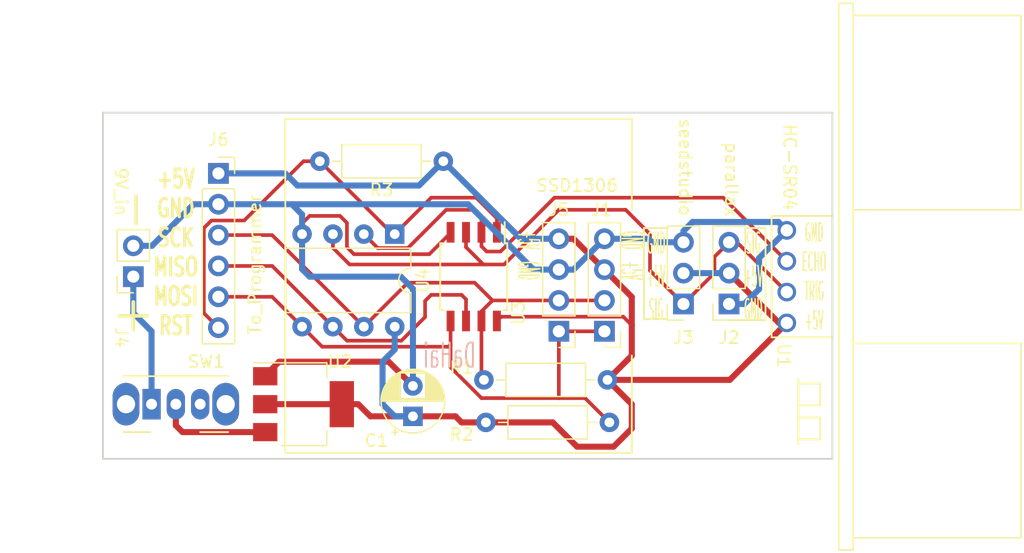
<source format=kicad_pcb>
(kicad_pcb (version 20171130) (host pcbnew "(5.1.10-1-10_14)")

  (general
    (thickness 1.6)
    (drawings 43)
    (tracks 162)
    (zones 0)
    (modules 15)
    (nets 11)
  )

  (page A4)
  (title_block
    (date "lun. 30 mars 2015")
  )

  (layers
    (0 F.Cu signal)
    (31 B.Cu signal)
    (32 B.Adhes user)
    (33 F.Adhes user)
    (34 B.Paste user)
    (35 F.Paste user)
    (36 B.SilkS user)
    (37 F.SilkS user)
    (38 B.Mask user)
    (39 F.Mask user)
    (40 Dwgs.User user)
    (41 Cmts.User user)
    (42 Eco1.User user)
    (43 Eco2.User user)
    (44 Edge.Cuts user)
    (45 Margin user)
    (46 B.CrtYd user)
    (47 F.CrtYd user)
    (48 B.Fab user)
    (49 F.Fab user)
  )

  (setup
    (last_trace_width 0.25)
    (user_trace_width 0.3)
    (user_trace_width 0.5)
    (user_trace_width 1)
    (trace_clearance 0.2)
    (zone_clearance 0.508)
    (zone_45_only no)
    (trace_min 0.2)
    (via_size 0.6)
    (via_drill 0.4)
    (via_min_size 0.4)
    (via_min_drill 0.3)
    (uvia_size 0.3)
    (uvia_drill 0.1)
    (uvias_allowed no)
    (uvia_min_size 0.2)
    (uvia_min_drill 0.1)
    (edge_width 0.15)
    (segment_width 0.15)
    (pcb_text_width 0.3)
    (pcb_text_size 1.5 1.5)
    (mod_edge_width 0.15)
    (mod_text_size 1 1)
    (mod_text_width 0.15)
    (pad_size 4.064 4.064)
    (pad_drill 3.048)
    (pad_to_mask_clearance 0)
    (aux_axis_origin 110.998 126.365)
    (grid_origin 110.998 126.365)
    (visible_elements FFFFFF7F)
    (pcbplotparams
      (layerselection 0x010fc_ffffffff)
      (usegerberextensions false)
      (usegerberattributes true)
      (usegerberadvancedattributes true)
      (creategerberjobfile true)
      (excludeedgelayer true)
      (linewidth 0.100000)
      (plotframeref false)
      (viasonmask false)
      (mode 1)
      (useauxorigin false)
      (hpglpennumber 1)
      (hpglpenspeed 20)
      (hpglpendiameter 15.000000)
      (psnegative false)
      (psa4output false)
      (plotreference true)
      (plotvalue true)
      (plotinvisibletext false)
      (padsonsilk false)
      (subtractmaskfromsilk false)
      (outputformat 1)
      (mirror false)
      (drillshape 0)
      (scaleselection 1)
      (outputdirectory "gerber"))
  )

  (net 0 "")
  (net 1 +5V)
  (net 2 GND)
  (net 3 /SCL)
  (net 4 /SDA)
  (net 5 /Trig)
  (net 6 "Net-(J4-Pad1)")
  (net 7 /RST)
  (net 8 /MISO)
  (net 9 "Net-(SW1-Pad2)")
  (net 10 /Echo)

  (net_class Default "This is the default net class."
    (clearance 0.2)
    (trace_width 0.25)
    (via_dia 0.6)
    (via_drill 0.4)
    (uvia_dia 0.3)
    (uvia_drill 0.1)
    (add_net +5V)
    (add_net /Echo)
    (add_net /MISO)
    (add_net /RST)
    (add_net /SCL)
    (add_net /SDA)
    (add_net /Trig)
    (add_net GND)
    (add_net "Net-(J4-Pad1)")
    (add_net "Net-(SW1-Pad2)")
  )

  (module Resistor_THT:R_Axial_DIN0207_L6.3mm_D2.5mm_P10.16mm_Horizontal (layer F.Cu) (tedit 5AE5139B) (tstamp 611ACB4C)
    (at 147.498 88.865 180)
    (descr "Resistor, Axial_DIN0207 series, Axial, Horizontal, pin pitch=10.16mm, 0.25W = 1/4W, length*diameter=6.3*2.5mm^2, http://cdn-reichelt.de/documents/datenblatt/B400/1_4W%23YAG.pdf")
    (tags "Resistor Axial_DIN0207 series Axial Horizontal pin pitch 10.16mm 0.25W = 1/4W length 6.3mm diameter 2.5mm")
    (path /611D1D60)
    (fp_text reference R3 (at 5.08 -2.37) (layer F.SilkS)
      (effects (font (size 1 1) (thickness 0.15)))
    )
    (fp_text value 10k (at 5.08 2.37) (layer F.Fab)
      (effects (font (size 1 1) (thickness 0.15)))
    )
    (fp_line (start 1.93 -1.25) (end 1.93 1.25) (layer F.Fab) (width 0.1))
    (fp_line (start 1.93 1.25) (end 8.23 1.25) (layer F.Fab) (width 0.1))
    (fp_line (start 8.23 1.25) (end 8.23 -1.25) (layer F.Fab) (width 0.1))
    (fp_line (start 8.23 -1.25) (end 1.93 -1.25) (layer F.Fab) (width 0.1))
    (fp_line (start 0 0) (end 1.93 0) (layer F.Fab) (width 0.1))
    (fp_line (start 10.16 0) (end 8.23 0) (layer F.Fab) (width 0.1))
    (fp_line (start 1.81 -1.37) (end 1.81 1.37) (layer F.SilkS) (width 0.12))
    (fp_line (start 1.81 1.37) (end 8.35 1.37) (layer F.SilkS) (width 0.12))
    (fp_line (start 8.35 1.37) (end 8.35 -1.37) (layer F.SilkS) (width 0.12))
    (fp_line (start 8.35 -1.37) (end 1.81 -1.37) (layer F.SilkS) (width 0.12))
    (fp_line (start 1.04 0) (end 1.81 0) (layer F.SilkS) (width 0.12))
    (fp_line (start 9.12 0) (end 8.35 0) (layer F.SilkS) (width 0.12))
    (fp_line (start -1.05 -1.5) (end -1.05 1.5) (layer F.CrtYd) (width 0.05))
    (fp_line (start -1.05 1.5) (end 11.21 1.5) (layer F.CrtYd) (width 0.05))
    (fp_line (start 11.21 1.5) (end 11.21 -1.5) (layer F.CrtYd) (width 0.05))
    (fp_line (start 11.21 -1.5) (end -1.05 -1.5) (layer F.CrtYd) (width 0.05))
    (fp_text user %R (at 5.08 0) (layer F.Fab)
      (effects (font (size 1 1) (thickness 0.15)))
    )
    (pad 2 thru_hole oval (at 10.16 0 180) (size 1.6 1.6) (drill 0.8) (layers *.Cu *.Mask)
      (net 7 /RST))
    (pad 1 thru_hole circle (at 0 0 180) (size 1.6 1.6) (drill 0.8) (layers *.Cu *.Mask)
      (net 1 +5V))
    (model ${KISYS3DMOD}/Resistor_THT.3dshapes/R_Axial_DIN0207_L6.3mm_D2.5mm_P10.16mm_Horizontal.wrl
      (at (xyz 0 0 0))
      (scale (xyz 1 1 1))
      (rotate (xyz 0 0 0))
    )
  )

  (module Resistor_THT:R_Axial_DIN0207_L6.3mm_D2.5mm_P10.16mm_Horizontal (layer F.Cu) (tedit 5AE5139B) (tstamp 611ACB35)
    (at 150.998 110.365)
    (descr "Resistor, Axial_DIN0207 series, Axial, Horizontal, pin pitch=10.16mm, 0.25W = 1/4W, length*diameter=6.3*2.5mm^2, http://cdn-reichelt.de/documents/datenblatt/B400/1_4W%23YAG.pdf")
    (tags "Resistor Axial_DIN0207 series Axial Horizontal pin pitch 10.16mm 0.25W = 1/4W length 6.3mm diameter 2.5mm")
    (path /611D1C82)
    (fp_text reference R2 (at -2 1) (layer F.SilkS)
      (effects (font (size 1 1) (thickness 0.15)))
    )
    (fp_text value 10k (at 3 0.5) (layer F.Fab)
      (effects (font (size 1 1) (thickness 0.15)))
    )
    (fp_line (start 1.93 -1.25) (end 1.93 1.25) (layer F.Fab) (width 0.1))
    (fp_line (start 1.93 1.25) (end 8.23 1.25) (layer F.Fab) (width 0.1))
    (fp_line (start 8.23 1.25) (end 8.23 -1.25) (layer F.Fab) (width 0.1))
    (fp_line (start 8.23 -1.25) (end 1.93 -1.25) (layer F.Fab) (width 0.1))
    (fp_line (start 0 0) (end 1.93 0) (layer F.Fab) (width 0.1))
    (fp_line (start 10.16 0) (end 8.23 0) (layer F.Fab) (width 0.1))
    (fp_line (start 1.81 -1.37) (end 1.81 1.37) (layer F.SilkS) (width 0.12))
    (fp_line (start 1.81 1.37) (end 8.35 1.37) (layer F.SilkS) (width 0.12))
    (fp_line (start 8.35 1.37) (end 8.35 -1.37) (layer F.SilkS) (width 0.12))
    (fp_line (start 8.35 -1.37) (end 1.81 -1.37) (layer F.SilkS) (width 0.12))
    (fp_line (start 1.04 0) (end 1.81 0) (layer F.SilkS) (width 0.12))
    (fp_line (start 9.12 0) (end 8.35 0) (layer F.SilkS) (width 0.12))
    (fp_line (start -1.05 -1.5) (end -1.05 1.5) (layer F.CrtYd) (width 0.05))
    (fp_line (start -1.05 1.5) (end 11.21 1.5) (layer F.CrtYd) (width 0.05))
    (fp_line (start 11.21 1.5) (end 11.21 -1.5) (layer F.CrtYd) (width 0.05))
    (fp_line (start 11.21 -1.5) (end -1.05 -1.5) (layer F.CrtYd) (width 0.05))
    (fp_text user %R (at 5.08 0) (layer F.Fab)
      (effects (font (size 1 1) (thickness 0.15)))
    )
    (pad 2 thru_hole oval (at 10.16 0) (size 1.6 1.6) (drill 0.8) (layers *.Cu *.Mask)
      (net 4 /SDA))
    (pad 1 thru_hole circle (at 0 0) (size 1.6 1.6) (drill 0.8) (layers *.Cu *.Mask)
      (net 1 +5V))
    (model ${KISYS3DMOD}/Resistor_THT.3dshapes/R_Axial_DIN0207_L6.3mm_D2.5mm_P10.16mm_Horizontal.wrl
      (at (xyz 0 0 0))
      (scale (xyz 1 1 1))
      (rotate (xyz 0 0 0))
    )
  )

  (module Resistor_THT:R_Axial_DIN0207_L6.3mm_D2.5mm_P10.16mm_Horizontal (layer F.Cu) (tedit 5AE5139B) (tstamp 611ACB1E)
    (at 160.998 106.865 180)
    (descr "Resistor, Axial_DIN0207 series, Axial, Horizontal, pin pitch=10.16mm, 0.25W = 1/4W, length*diameter=6.3*2.5mm^2, http://cdn-reichelt.de/documents/datenblatt/B400/1_4W%23YAG.pdf")
    (tags "Resistor Axial_DIN0207 series Axial Horizontal pin pitch 10.16mm 0.25W = 1/4W length 6.3mm diameter 2.5mm")
    (path /611D14F3)
    (fp_text reference R1 (at 12 1) (layer F.SilkS)
      (effects (font (size 1 1) (thickness 0.15)))
    )
    (fp_text value 10k (at 7 -0.5) (layer F.Fab)
      (effects (font (size 1 1) (thickness 0.15)))
    )
    (fp_line (start 1.93 -1.25) (end 1.93 1.25) (layer F.Fab) (width 0.1))
    (fp_line (start 1.93 1.25) (end 8.23 1.25) (layer F.Fab) (width 0.1))
    (fp_line (start 8.23 1.25) (end 8.23 -1.25) (layer F.Fab) (width 0.1))
    (fp_line (start 8.23 -1.25) (end 1.93 -1.25) (layer F.Fab) (width 0.1))
    (fp_line (start 0 0) (end 1.93 0) (layer F.Fab) (width 0.1))
    (fp_line (start 10.16 0) (end 8.23 0) (layer F.Fab) (width 0.1))
    (fp_line (start 1.81 -1.37) (end 1.81 1.37) (layer F.SilkS) (width 0.12))
    (fp_line (start 1.81 1.37) (end 8.35 1.37) (layer F.SilkS) (width 0.12))
    (fp_line (start 8.35 1.37) (end 8.35 -1.37) (layer F.SilkS) (width 0.12))
    (fp_line (start 8.35 -1.37) (end 1.81 -1.37) (layer F.SilkS) (width 0.12))
    (fp_line (start 1.04 0) (end 1.81 0) (layer F.SilkS) (width 0.12))
    (fp_line (start 9.12 0) (end 8.35 0) (layer F.SilkS) (width 0.12))
    (fp_line (start -1.05 -1.5) (end -1.05 1.5) (layer F.CrtYd) (width 0.05))
    (fp_line (start -1.05 1.5) (end 11.21 1.5) (layer F.CrtYd) (width 0.05))
    (fp_line (start 11.21 1.5) (end 11.21 -1.5) (layer F.CrtYd) (width 0.05))
    (fp_line (start 11.21 -1.5) (end -1.05 -1.5) (layer F.CrtYd) (width 0.05))
    (fp_text user %R (at 5.08 0) (layer F.Fab)
      (effects (font (size 1 1) (thickness 0.15)))
    )
    (pad 2 thru_hole oval (at 10.16 0 180) (size 1.6 1.6) (drill 0.8) (layers *.Cu *.Mask)
      (net 3 /SCL))
    (pad 1 thru_hole circle (at 0 0 180) (size 1.6 1.6) (drill 0.8) (layers *.Cu *.Mask)
      (net 1 +5V))
    (model ${KISYS3DMOD}/Resistor_THT.3dshapes/R_Axial_DIN0207_L6.3mm_D2.5mm_P10.16mm_Horizontal.wrl
      (at (xyz 0 0 0))
      (scale (xyz 1 1 1))
      (rotate (xyz 0 0 0))
    )
  )

  (module sonic_oled:SW_CuK_OS102011MA1QN1_SPDT_Angled (layer F.Cu) (tedit 5A02FE31) (tstamp 611AE463)
    (at 123.498 108.865)
    (descr "CuK miniature slide switch, OS series, SPDT, right angle, http://www.ckswitches.com/media/1428/os.pdf")
    (tags "switch SPDT")
    (path /611CAE35)
    (fp_text reference SW1 (at 4.5 -3.5) (layer F.SilkS)
      (effects (font (size 1 1) (thickness 0.15)))
    )
    (fp_text value SW_SPST (at 1.7 7.7) (layer F.Fab)
      (effects (font (size 1 1) (thickness 0.15)))
    )
    (fp_line (start -2.3 -2.2) (end 6.3 -2.2) (layer F.Fab) (width 0.1))
    (fp_line (start -2.3 -2.2) (end -2.3 2.2) (layer F.Fab) (width 0.1))
    (fp_line (start -2.3 2.2) (end 6.3 2.2) (layer F.Fab) (width 0.1))
    (fp_line (start 6.3 2.2) (end 6.3 -2.2) (layer F.Fab) (width 0.1))
    (fp_line (start 2 2.2) (end 2 6.2) (layer F.Fab) (width 0.1))
    (fp_line (start 2 6.2) (end 0 6.2) (layer F.Fab) (width 0.1))
    (fp_line (start 0 6.2) (end 0 2.2) (layer F.Fab) (width 0.1))
    (fp_line (start -2.3 -2.3) (end 6.3 -2.3) (layer F.SilkS) (width 0.15))
    (fp_line (start -2.3 2.3) (end -0.1 2.3) (layer F.SilkS) (width 0.15))
    (fp_line (start 4 2.3) (end 6.3 2.3) (layer F.SilkS) (width 0.15))
    (fp_line (start 7.7 -2.7) (end 7.7 6.7) (layer F.CrtYd) (width 0.05))
    (fp_line (start 7.7 6.7) (end -3.7 6.7) (layer F.CrtYd) (width 0.05))
    (fp_line (start -3.7 6.7) (end -3.7 -2.7) (layer F.CrtYd) (width 0.05))
    (fp_line (start -3.7 -2.7) (end 7.7 -2.7) (layer F.CrtYd) (width 0.05))
    (fp_text user %R (at 2.3 1.7) (layer F.Fab)
      (effects (font (size 0.5 0.5) (thickness 0.1)))
    )
    (pad "" thru_hole oval (at 6.1 0) (size 2.2 3.5) (drill 1.5) (layers *.Cu *.Mask))
    (pad "" thru_hole oval (at -2.1 0) (size 2.2 3.5) (drill 1.5) (layers *.Cu *.Mask))
    (pad 3 thru_hole oval (at 4 0) (size 1.5 2.5) (drill 0.9) (layers *.Cu *.Mask))
    (pad 2 thru_hole oval (at 2 0) (size 1.5 2.5) (drill 0.9) (layers *.Cu *.Mask)
      (net 9 "Net-(SW1-Pad2)"))
    (pad 1 thru_hole rect (at 0 0) (size 1.5 2.5) (drill 0.9) (layers *.Cu *.Mask)
      (net 6 "Net-(J4-Pad1)"))
    (model ${KISYS3DMOD}/Button_Switch_THT.3dshapes/SW_CuK_OS102011MA1QN1_SPDT_Angled.wrl
      (at (xyz 0 0 0))
      (scale (xyz 1 1 1))
      (rotate (xyz 0 0 0))
    )
    (model ${KISYS3DMOD}/Button_Switch_THT.3dshapes/SW_CuK_JS202011AQN_DPDT_Angled.wrl
      (at (xyz 0 0 0))
      (scale (xyz 1 1 1))
      (rotate (xyz 0 0 0))
    )
  )

  (module Package_DIP:DIP-8_W7.62mm (layer F.Cu) (tedit 5A02E8C5) (tstamp 611ACBF4)
    (at 143.498 94.865 270)
    (descr "8-lead though-hole mounted DIP package, row spacing 7.62 mm (300 mils)")
    (tags "THT DIP DIL PDIP 2.54mm 7.62mm 300mil")
    (path /611AB8FC)
    (fp_text reference U4 (at 3.81 -2.33 90) (layer F.SilkS)
      (effects (font (size 1 1) (thickness 0.15)))
    )
    (fp_text value ATtiny85-20PU (at 3.81 9.95 90) (layer F.Fab)
      (effects (font (size 1 1) (thickness 0.15)))
    )
    (fp_line (start 1.635 -1.27) (end 6.985 -1.27) (layer F.Fab) (width 0.1))
    (fp_line (start 6.985 -1.27) (end 6.985 8.89) (layer F.Fab) (width 0.1))
    (fp_line (start 6.985 8.89) (end 0.635 8.89) (layer F.Fab) (width 0.1))
    (fp_line (start 0.635 8.89) (end 0.635 -0.27) (layer F.Fab) (width 0.1))
    (fp_line (start 0.635 -0.27) (end 1.635 -1.27) (layer F.Fab) (width 0.1))
    (fp_line (start 2.81 -1.33) (end 1.16 -1.33) (layer F.SilkS) (width 0.12))
    (fp_line (start 1.16 -1.33) (end 1.16 8.95) (layer F.SilkS) (width 0.12))
    (fp_line (start 1.16 8.95) (end 6.46 8.95) (layer F.SilkS) (width 0.12))
    (fp_line (start 6.46 8.95) (end 6.46 -1.33) (layer F.SilkS) (width 0.12))
    (fp_line (start 6.46 -1.33) (end 4.81 -1.33) (layer F.SilkS) (width 0.12))
    (fp_line (start -1.1 -1.55) (end -1.1 9.15) (layer F.CrtYd) (width 0.05))
    (fp_line (start -1.1 9.15) (end 8.7 9.15) (layer F.CrtYd) (width 0.05))
    (fp_line (start 8.7 9.15) (end 8.7 -1.55) (layer F.CrtYd) (width 0.05))
    (fp_line (start 8.7 -1.55) (end -1.1 -1.55) (layer F.CrtYd) (width 0.05))
    (fp_text user %R (at 3.81 3.81 90) (layer F.Fab)
      (effects (font (size 1 1) (thickness 0.15)))
    )
    (fp_arc (start 3.81 -1.33) (end 2.81 -1.33) (angle -180) (layer F.SilkS) (width 0.12))
    (pad 8 thru_hole oval (at 7.62 0 270) (size 1.6 1.6) (drill 0.8) (layers *.Cu *.Mask)
      (net 1 +5V))
    (pad 4 thru_hole oval (at 0 7.62 270) (size 1.6 1.6) (drill 0.8) (layers *.Cu *.Mask)
      (net 2 GND))
    (pad 7 thru_hole oval (at 7.62 2.54 270) (size 1.6 1.6) (drill 0.8) (layers *.Cu *.Mask)
      (net 3 /SCL))
    (pad 3 thru_hole oval (at 0 5.08 270) (size 1.6 1.6) (drill 0.8) (layers *.Cu *.Mask)
      (net 5 /Trig))
    (pad 6 thru_hole oval (at 7.62 5.08 270) (size 1.6 1.6) (drill 0.8) (layers *.Cu *.Mask)
      (net 8 /MISO))
    (pad 2 thru_hole oval (at 0 2.54 270) (size 1.6 1.6) (drill 0.8) (layers *.Cu *.Mask)
      (net 10 /Echo))
    (pad 5 thru_hole oval (at 7.62 7.62 270) (size 1.6 1.6) (drill 0.8) (layers *.Cu *.Mask)
      (net 4 /SDA))
    (pad 1 thru_hole rect (at 0 0 270) (size 1.6 1.6) (drill 0.8) (layers *.Cu *.Mask)
      (net 7 /RST))
    (model "${KISYS3DMOD}/Package_DIP.3dshapes/DIP-8_W7.62mm. wrl"
      (at (xyz 0 0 0))
      (scale (xyz 1 1 1))
      (rotate (xyz 0 0 0))
    )
  )

  (module Package_SO:SOIJ-8_5.3x5.3mm_P1.27mm (layer F.Cu) (tedit 5A02F2D3) (tstamp 611ACBD8)
    (at 149.998 98.365 270)
    (descr "8-Lead Plastic Small Outline (SM) - Medium, 5.28 mm Body [SOIC] (see Microchip Packaging Specification 00000049BS.pdf)")
    (tags "SOIC 1.27")
    (path /611EEF22)
    (attr smd)
    (fp_text reference U3 (at 3 -3.68 90) (layer F.SilkS)
      (effects (font (size 1 1) (thickness 0.15)))
    )
    (fp_text value ATtiny85-20SU (at 0 3.68 90) (layer F.Fab)
      (effects (font (size 1 1) (thickness 0.15)))
    )
    (fp_line (start -1.65 -2.65) (end 2.65 -2.65) (layer F.Fab) (width 0.15))
    (fp_line (start 2.65 -2.65) (end 2.65 2.65) (layer F.Fab) (width 0.15))
    (fp_line (start 2.65 2.65) (end -2.65 2.65) (layer F.Fab) (width 0.15))
    (fp_line (start -2.65 2.65) (end -2.65 -1.65) (layer F.Fab) (width 0.15))
    (fp_line (start -2.65 -1.65) (end -1.65 -2.65) (layer F.Fab) (width 0.15))
    (fp_line (start -4.75 -2.95) (end -4.75 2.95) (layer F.CrtYd) (width 0.05))
    (fp_line (start 4.75 -2.95) (end 4.75 2.95) (layer F.CrtYd) (width 0.05))
    (fp_line (start -4.75 -2.95) (end 4.75 -2.95) (layer F.CrtYd) (width 0.05))
    (fp_line (start -4.75 2.95) (end 4.75 2.95) (layer F.CrtYd) (width 0.05))
    (fp_line (start -2.75 -2.755) (end -2.75 -2.55) (layer F.SilkS) (width 0.15))
    (fp_line (start 2.75 -2.755) (end 2.75 -2.455) (layer F.SilkS) (width 0.15))
    (fp_line (start 2.75 2.755) (end 2.75 2.455) (layer F.SilkS) (width 0.15))
    (fp_line (start -2.75 2.755) (end -2.75 2.455) (layer F.SilkS) (width 0.15))
    (fp_line (start -2.75 -2.755) (end 2.75 -2.755) (layer F.SilkS) (width 0.15))
    (fp_line (start -2.75 2.755) (end 2.75 2.755) (layer F.SilkS) (width 0.15))
    (fp_line (start -2.75 -2.55) (end -4.5 -2.55) (layer F.SilkS) (width 0.15))
    (fp_text user %R (at 0 0 90) (layer F.Fab)
      (effects (font (size 1 1) (thickness 0.15)))
    )
    (pad 8 smd rect (at 3.65 -1.905 270) (size 1.7 0.65) (layers F.Cu F.Paste F.Mask)
      (net 1 +5V))
    (pad 7 smd rect (at 3.65 -0.635 270) (size 1.7 0.65) (layers F.Cu F.Paste F.Mask)
      (net 3 /SCL))
    (pad 6 smd rect (at 3.65 0.635 270) (size 1.7 0.65) (layers F.Cu F.Paste F.Mask)
      (net 8 /MISO))
    (pad 5 smd rect (at 3.65 1.905 270) (size 1.7 0.65) (layers F.Cu F.Paste F.Mask)
      (net 4 /SDA))
    (pad 4 smd rect (at -3.65 1.905 270) (size 1.7 0.65) (layers F.Cu F.Paste F.Mask)
      (net 2 GND))
    (pad 3 smd rect (at -3.65 0.635 270) (size 1.7 0.65) (layers F.Cu F.Paste F.Mask)
      (net 5 /Trig))
    (pad 2 smd rect (at -3.65 -0.635 270) (size 1.7 0.65) (layers F.Cu F.Paste F.Mask)
      (net 10 /Echo))
    (pad 1 smd rect (at -3.65 -1.905 270) (size 1.7 0.65) (layers F.Cu F.Paste F.Mask)
      (net 7 /RST))
    (model ${KISYS3DMOD}/Package_SO.3dshapes/SOIJ-8_5.3x5.3mm_P1.27mm.wrl
      (at (xyz 0 0 0))
      (scale (xyz 1 1 1))
      (rotate (xyz 0 0 0))
    )
  )

  (module Package_TO_SOT_SMD:SOT-223-3_TabPin2 (layer F.Cu) (tedit 5A02FF57) (tstamp 611ACBBB)
    (at 135.998 108.865)
    (descr "module CMS SOT223 4 pins")
    (tags "CMS SOT")
    (path /611ACE3F)
    (attr smd)
    (fp_text reference U2 (at 3 -3.5) (layer F.SilkS)
      (effects (font (size 1 1) (thickness 0.15)))
    )
    (fp_text value LT1117-5.0 (at 0 4.5) (layer F.Fab)
      (effects (font (size 1 1) (thickness 0.15)))
    )
    (fp_line (start 1.91 3.41) (end 1.91 2.15) (layer F.SilkS) (width 0.12))
    (fp_line (start 1.91 -3.41) (end 1.91 -2.15) (layer F.SilkS) (width 0.12))
    (fp_line (start 4.4 -3.6) (end -4.4 -3.6) (layer F.CrtYd) (width 0.05))
    (fp_line (start 4.4 3.6) (end 4.4 -3.6) (layer F.CrtYd) (width 0.05))
    (fp_line (start -4.4 3.6) (end 4.4 3.6) (layer F.CrtYd) (width 0.05))
    (fp_line (start -4.4 -3.6) (end -4.4 3.6) (layer F.CrtYd) (width 0.05))
    (fp_line (start -1.85 -2.35) (end -0.85 -3.35) (layer F.Fab) (width 0.1))
    (fp_line (start -1.85 -2.35) (end -1.85 3.35) (layer F.Fab) (width 0.1))
    (fp_line (start -1.85 3.41) (end 1.91 3.41) (layer F.SilkS) (width 0.12))
    (fp_line (start -0.85 -3.35) (end 1.85 -3.35) (layer F.Fab) (width 0.1))
    (fp_line (start -4.1 -3.41) (end 1.91 -3.41) (layer F.SilkS) (width 0.12))
    (fp_line (start -1.85 3.35) (end 1.85 3.35) (layer F.Fab) (width 0.1))
    (fp_line (start 1.85 -3.35) (end 1.85 3.35) (layer F.Fab) (width 0.1))
    (fp_text user %R (at 0 0 90) (layer F.Fab)
      (effects (font (size 0.8 0.8) (thickness 0.12)))
    )
    (pad 1 smd rect (at -3.15 -2.3) (size 2 1.5) (layers F.Cu F.Paste F.Mask)
      (net 2 GND))
    (pad 3 smd rect (at -3.15 2.3) (size 2 1.5) (layers F.Cu F.Paste F.Mask)
      (net 9 "Net-(SW1-Pad2)"))
    (pad 2 smd rect (at -3.15 0) (size 2 1.5) (layers F.Cu F.Paste F.Mask)
      (net 1 +5V))
    (pad 2 smd rect (at 3.15 0) (size 2 3.8) (layers F.Cu F.Paste F.Mask)
      (net 1 +5V))
    (model ${KISYS3DMOD}/Package_TO_SOT_SMD.3dshapes/SOT-223.wrl
      (at (xyz 0 0 0))
      (scale (xyz 1 1 1))
      (rotate (xyz 0 0 0))
    )
  )

  (module Connector_PinSocket_2.54mm:PinSocket_1x06_P2.54mm_Vertical (layer F.Cu) (tedit 5A19A430) (tstamp 611ACB07)
    (at 128.998 89.865)
    (descr "Through hole straight socket strip, 1x06, 2.54mm pitch, single row (from Kicad 4.0.7), script generated")
    (tags "Through hole socket strip THT 1x06 2.54mm single row")
    (path /611BED81)
    (fp_text reference J6 (at 0 -2.77) (layer F.SilkS)
      (effects (font (size 1 1) (thickness 0.15)))
    )
    (fp_text value To_Programmer (at 3 7.5 -90) (layer F.SilkS)
      (effects (font (size 1 1) (thickness 0.15)))
    )
    (fp_line (start -1.27 -1.27) (end 0.635 -1.27) (layer F.Fab) (width 0.1))
    (fp_line (start 0.635 -1.27) (end 1.27 -0.635) (layer F.Fab) (width 0.1))
    (fp_line (start 1.27 -0.635) (end 1.27 13.97) (layer F.Fab) (width 0.1))
    (fp_line (start 1.27 13.97) (end -1.27 13.97) (layer F.Fab) (width 0.1))
    (fp_line (start -1.27 13.97) (end -1.27 -1.27) (layer F.Fab) (width 0.1))
    (fp_line (start -1.33 1.27) (end 1.33 1.27) (layer F.SilkS) (width 0.12))
    (fp_line (start -1.33 1.27) (end -1.33 14.03) (layer F.SilkS) (width 0.12))
    (fp_line (start -1.33 14.03) (end 1.33 14.03) (layer F.SilkS) (width 0.12))
    (fp_line (start 1.33 1.27) (end 1.33 14.03) (layer F.SilkS) (width 0.12))
    (fp_line (start 1.33 -1.33) (end 1.33 0) (layer F.SilkS) (width 0.12))
    (fp_line (start 0 -1.33) (end 1.33 -1.33) (layer F.SilkS) (width 0.12))
    (fp_line (start -1.8 -1.8) (end 1.75 -1.8) (layer F.CrtYd) (width 0.05))
    (fp_line (start 1.75 -1.8) (end 1.75 14.45) (layer F.CrtYd) (width 0.05))
    (fp_line (start 1.75 14.45) (end -1.8 14.45) (layer F.CrtYd) (width 0.05))
    (fp_line (start -1.8 14.45) (end -1.8 -1.8) (layer F.CrtYd) (width 0.05))
    (fp_text user %R (at 0 6.35 -270) (layer F.Fab)
      (effects (font (size 1 1) (thickness 0.15)))
    )
    (pad 6 thru_hole oval (at 0 12.7) (size 1.7 1.7) (drill 1) (layers *.Cu *.Mask)
      (net 7 /RST))
    (pad 5 thru_hole oval (at 0 10.16) (size 1.7 1.7) (drill 1) (layers *.Cu *.Mask)
      (net 4 /SDA))
    (pad 4 thru_hole oval (at 0 7.62) (size 1.7 1.7) (drill 1) (layers *.Cu *.Mask)
      (net 8 /MISO))
    (pad 3 thru_hole oval (at 0 5.08) (size 1.7 1.7) (drill 1) (layers *.Cu *.Mask)
      (net 3 /SCL))
    (pad 2 thru_hole oval (at 0 2.54) (size 1.7 1.7) (drill 1) (layers *.Cu *.Mask)
      (net 2 GND))
    (pad 1 thru_hole rect (at 0 0) (size 1.7 1.7) (drill 1) (layers *.Cu *.Mask)
      (net 1 +5V))
    (model ${KISYS3DMOD}/Connector_PinSocket_2.54mm.3dshapes/PinSocket_1x06_P2.54mm_Vertical.wrl
      (at (xyz 0 0 0))
      (scale (xyz 1 1 1))
      (rotate (xyz 0 0 0))
    )
  )

  (module Connector_PinHeader_2.54mm:PinHeader_1x04_P2.54mm_Vertical (layer F.Cu) (tedit 59FED5CC) (tstamp 611ACAED)
    (at 156.998 102.865 180)
    (descr "Through hole straight pin header, 1x04, 2.54mm pitch, single row")
    (tags "Through hole pin header THT 1x04 2.54mm single row")
    (path /611B989E)
    (fp_text reference J5 (at 0 10) (layer F.SilkS)
      (effects (font (size 1 1) (thickness 0.15)))
    )
    (fp_text value SSD1306 (at -1.5 12) (layer F.SilkS)
      (effects (font (size 1 1) (thickness 0.15)))
    )
    (fp_line (start -0.635 -1.27) (end 1.27 -1.27) (layer F.Fab) (width 0.1))
    (fp_line (start 1.27 -1.27) (end 1.27 8.89) (layer F.Fab) (width 0.1))
    (fp_line (start 1.27 8.89) (end -1.27 8.89) (layer F.Fab) (width 0.1))
    (fp_line (start -1.27 8.89) (end -1.27 -0.635) (layer F.Fab) (width 0.1))
    (fp_line (start -1.27 -0.635) (end -0.635 -1.27) (layer F.Fab) (width 0.1))
    (fp_line (start -1.33 8.95) (end 1.33 8.95) (layer F.SilkS) (width 0.12))
    (fp_line (start -1.33 1.27) (end -1.33 8.95) (layer F.SilkS) (width 0.12))
    (fp_line (start 1.33 1.27) (end 1.33 8.95) (layer F.SilkS) (width 0.12))
    (fp_line (start -1.33 1.27) (end 1.33 1.27) (layer F.SilkS) (width 0.12))
    (fp_line (start -1.33 0) (end -1.33 -1.33) (layer F.SilkS) (width 0.12))
    (fp_line (start -1.33 -1.33) (end 0 -1.33) (layer F.SilkS) (width 0.12))
    (fp_line (start -1.8 -1.8) (end -1.8 9.4) (layer F.CrtYd) (width 0.05))
    (fp_line (start -1.8 9.4) (end 1.8 9.4) (layer F.CrtYd) (width 0.05))
    (fp_line (start 1.8 9.4) (end 1.8 -1.8) (layer F.CrtYd) (width 0.05))
    (fp_line (start 1.8 -1.8) (end -1.8 -1.8) (layer F.CrtYd) (width 0.05))
    (fp_text user %R (at 0 3.81 90) (layer F.Fab)
      (effects (font (size 1 1) (thickness 0.15)))
    )
    (pad 4 thru_hole oval (at 0 7.62 180) (size 1.7 1.7) (drill 1) (layers *.Cu *.Mask)
      (net 1 +5V))
    (pad 3 thru_hole oval (at 0 5.08 180) (size 1.7 1.7) (drill 1) (layers *.Cu *.Mask)
      (net 2 GND))
    (pad 2 thru_hole oval (at 0 2.54 180) (size 1.7 1.7) (drill 1) (layers *.Cu *.Mask)
      (net 3 /SCL))
    (pad 1 thru_hole rect (at 0 0 180) (size 1.7 1.7) (drill 1) (layers *.Cu *.Mask)
      (net 4 /SDA))
    (model "${KISYS3DMOD}/Connector_PinHeader_2.54mm.3dshapes/PinHeader_1x04_P2.54mm_Vertical. wrl"
      (at (xyz 0 0 0))
      (scale (xyz 1 1 1))
      (rotate (xyz 0 0 0))
    )
  )

  (module Connector_PinSocket_2.54mm:PinSocket_1x02_P2.54mm_Vertical (layer F.Cu) (tedit 5A19A420) (tstamp 611ACAD5)
    (at 121.998 98.365 180)
    (descr "Through hole straight socket strip, 1x02, 2.54mm pitch, single row (from Kicad 4.0.7), script generated")
    (tags "Through hole socket strip THT 1x02 2.54mm single row")
    (path /611B02E8)
    (fp_text reference J4 (at 1 -5 270 unlocked) (layer F.SilkS)
      (effects (font (size 1 1) (thickness 0.15)))
    )
    (fp_text value 9V_in (at 1 7 270 unlocked) (layer F.SilkS)
      (effects (font (size 1 1) (thickness 0.15)))
    )
    (fp_line (start -1.27 -1.27) (end 0.635 -1.27) (layer F.Fab) (width 0.1))
    (fp_line (start 0.635 -1.27) (end 1.27 -0.635) (layer F.Fab) (width 0.1))
    (fp_line (start 1.27 -0.635) (end 1.27 3.81) (layer F.Fab) (width 0.1))
    (fp_line (start 1.27 3.81) (end -1.27 3.81) (layer F.Fab) (width 0.1))
    (fp_line (start -1.27 3.81) (end -1.27 -1.27) (layer F.Fab) (width 0.1))
    (fp_line (start -1.33 1.27) (end 1.33 1.27) (layer F.SilkS) (width 0.12))
    (fp_line (start -1.33 1.27) (end -1.33 3.87) (layer F.SilkS) (width 0.12))
    (fp_line (start -1.33 3.87) (end 1.33 3.87) (layer F.SilkS) (width 0.12))
    (fp_line (start 1.33 1.27) (end 1.33 3.87) (layer F.SilkS) (width 0.12))
    (fp_line (start 1.33 -1.33) (end 1.33 0) (layer F.SilkS) (width 0.12))
    (fp_line (start 0 -1.33) (end 1.33 -1.33) (layer F.SilkS) (width 0.12))
    (fp_line (start -1.8 -1.8) (end 1.75 -1.8) (layer F.CrtYd) (width 0.05))
    (fp_line (start 1.75 -1.8) (end 1.75 4.3) (layer F.CrtYd) (width 0.05))
    (fp_line (start 1.75 4.3) (end -1.8 4.3) (layer F.CrtYd) (width 0.05))
    (fp_line (start -1.8 4.3) (end -1.8 -1.8) (layer F.CrtYd) (width 0.05))
    (fp_text user %R (at 0 1.27 90) (layer F.Fab)
      (effects (font (size 1 1) (thickness 0.15)))
    )
    (pad 2 thru_hole oval (at 0 2.54 180) (size 1.7 1.7) (drill 1) (layers *.Cu *.Mask)
      (net 2 GND))
    (pad 1 thru_hole rect (at 0 0 180) (size 1.7 1.7) (drill 1) (layers *.Cu *.Mask)
      (net 6 "Net-(J4-Pad1)"))
    (model "${KISYS3DMOD}/Connector_PinSocket_2.54mm.3dshapes/PinSocket_1x02_P2.54mm_Vertical. wrl"
      (at (xyz 0 0 0))
      (scale (xyz 1 1 1))
      (rotate (xyz 0 0 0))
    )
    (model "./9V Battery.wrl"
      (offset (xyz -50 -0.5 -26.5))
      (scale (xyz 0.39 0.39 0.39))
      (rotate (xyz 90 0 90))
    )
  )

  (module Capacitor_THT:CP_Radial_D5.0mm_P2.50mm (layer F.Cu) (tedit 5AE50EF0) (tstamp 611ACA39)
    (at 144.998 109.865 90)
    (descr "CP, Radial series, Radial, pin pitch=2.50mm, , diameter=5mm, Electrolytic Capacitor")
    (tags "CP Radial series Radial pin pitch 2.50mm  diameter 5mm Electrolytic Capacitor")
    (path /611B43A9)
    (fp_text reference C1 (at -2 -3 180) (layer F.SilkS)
      (effects (font (size 1 1) (thickness 0.15)))
    )
    (fp_text value 10u (at 1.25 3.75 90) (layer F.Fab)
      (effects (font (size 1 1) (thickness 0.15)))
    )
    (fp_circle (center 1.25 0) (end 3.75 0) (layer F.Fab) (width 0.1))
    (fp_circle (center 1.25 0) (end 3.87 0) (layer F.SilkS) (width 0.12))
    (fp_circle (center 1.25 0) (end 4 0) (layer F.CrtYd) (width 0.05))
    (fp_line (start -0.883605 -1.0875) (end -0.383605 -1.0875) (layer F.Fab) (width 0.1))
    (fp_line (start -0.633605 -1.3375) (end -0.633605 -0.8375) (layer F.Fab) (width 0.1))
    (fp_line (start 1.25 -2.58) (end 1.25 2.58) (layer F.SilkS) (width 0.12))
    (fp_line (start 1.29 -2.58) (end 1.29 2.58) (layer F.SilkS) (width 0.12))
    (fp_line (start 1.33 -2.579) (end 1.33 2.579) (layer F.SilkS) (width 0.12))
    (fp_line (start 1.37 -2.578) (end 1.37 2.578) (layer F.SilkS) (width 0.12))
    (fp_line (start 1.41 -2.576) (end 1.41 2.576) (layer F.SilkS) (width 0.12))
    (fp_line (start 1.45 -2.573) (end 1.45 2.573) (layer F.SilkS) (width 0.12))
    (fp_line (start 1.49 -2.569) (end 1.49 -1.04) (layer F.SilkS) (width 0.12))
    (fp_line (start 1.49 1.04) (end 1.49 2.569) (layer F.SilkS) (width 0.12))
    (fp_line (start 1.53 -2.565) (end 1.53 -1.04) (layer F.SilkS) (width 0.12))
    (fp_line (start 1.53 1.04) (end 1.53 2.565) (layer F.SilkS) (width 0.12))
    (fp_line (start 1.57 -2.561) (end 1.57 -1.04) (layer F.SilkS) (width 0.12))
    (fp_line (start 1.57 1.04) (end 1.57 2.561) (layer F.SilkS) (width 0.12))
    (fp_line (start 1.61 -2.556) (end 1.61 -1.04) (layer F.SilkS) (width 0.12))
    (fp_line (start 1.61 1.04) (end 1.61 2.556) (layer F.SilkS) (width 0.12))
    (fp_line (start 1.65 -2.55) (end 1.65 -1.04) (layer F.SilkS) (width 0.12))
    (fp_line (start 1.65 1.04) (end 1.65 2.55) (layer F.SilkS) (width 0.12))
    (fp_line (start 1.69 -2.543) (end 1.69 -1.04) (layer F.SilkS) (width 0.12))
    (fp_line (start 1.69 1.04) (end 1.69 2.543) (layer F.SilkS) (width 0.12))
    (fp_line (start 1.73 -2.536) (end 1.73 -1.04) (layer F.SilkS) (width 0.12))
    (fp_line (start 1.73 1.04) (end 1.73 2.536) (layer F.SilkS) (width 0.12))
    (fp_line (start 1.77 -2.528) (end 1.77 -1.04) (layer F.SilkS) (width 0.12))
    (fp_line (start 1.77 1.04) (end 1.77 2.528) (layer F.SilkS) (width 0.12))
    (fp_line (start 1.81 -2.52) (end 1.81 -1.04) (layer F.SilkS) (width 0.12))
    (fp_line (start 1.81 1.04) (end 1.81 2.52) (layer F.SilkS) (width 0.12))
    (fp_line (start 1.85 -2.511) (end 1.85 -1.04) (layer F.SilkS) (width 0.12))
    (fp_line (start 1.85 1.04) (end 1.85 2.511) (layer F.SilkS) (width 0.12))
    (fp_line (start 1.89 -2.501) (end 1.89 -1.04) (layer F.SilkS) (width 0.12))
    (fp_line (start 1.89 1.04) (end 1.89 2.501) (layer F.SilkS) (width 0.12))
    (fp_line (start 1.93 -2.491) (end 1.93 -1.04) (layer F.SilkS) (width 0.12))
    (fp_line (start 1.93 1.04) (end 1.93 2.491) (layer F.SilkS) (width 0.12))
    (fp_line (start 1.971 -2.48) (end 1.971 -1.04) (layer F.SilkS) (width 0.12))
    (fp_line (start 1.971 1.04) (end 1.971 2.48) (layer F.SilkS) (width 0.12))
    (fp_line (start 2.011 -2.468) (end 2.011 -1.04) (layer F.SilkS) (width 0.12))
    (fp_line (start 2.011 1.04) (end 2.011 2.468) (layer F.SilkS) (width 0.12))
    (fp_line (start 2.051 -2.455) (end 2.051 -1.04) (layer F.SilkS) (width 0.12))
    (fp_line (start 2.051 1.04) (end 2.051 2.455) (layer F.SilkS) (width 0.12))
    (fp_line (start 2.091 -2.442) (end 2.091 -1.04) (layer F.SilkS) (width 0.12))
    (fp_line (start 2.091 1.04) (end 2.091 2.442) (layer F.SilkS) (width 0.12))
    (fp_line (start 2.131 -2.428) (end 2.131 -1.04) (layer F.SilkS) (width 0.12))
    (fp_line (start 2.131 1.04) (end 2.131 2.428) (layer F.SilkS) (width 0.12))
    (fp_line (start 2.171 -2.414) (end 2.171 -1.04) (layer F.SilkS) (width 0.12))
    (fp_line (start 2.171 1.04) (end 2.171 2.414) (layer F.SilkS) (width 0.12))
    (fp_line (start 2.211 -2.398) (end 2.211 -1.04) (layer F.SilkS) (width 0.12))
    (fp_line (start 2.211 1.04) (end 2.211 2.398) (layer F.SilkS) (width 0.12))
    (fp_line (start 2.251 -2.382) (end 2.251 -1.04) (layer F.SilkS) (width 0.12))
    (fp_line (start 2.251 1.04) (end 2.251 2.382) (layer F.SilkS) (width 0.12))
    (fp_line (start 2.291 -2.365) (end 2.291 -1.04) (layer F.SilkS) (width 0.12))
    (fp_line (start 2.291 1.04) (end 2.291 2.365) (layer F.SilkS) (width 0.12))
    (fp_line (start 2.331 -2.348) (end 2.331 -1.04) (layer F.SilkS) (width 0.12))
    (fp_line (start 2.331 1.04) (end 2.331 2.348) (layer F.SilkS) (width 0.12))
    (fp_line (start 2.371 -2.329) (end 2.371 -1.04) (layer F.SilkS) (width 0.12))
    (fp_line (start 2.371 1.04) (end 2.371 2.329) (layer F.SilkS) (width 0.12))
    (fp_line (start 2.411 -2.31) (end 2.411 -1.04) (layer F.SilkS) (width 0.12))
    (fp_line (start 2.411 1.04) (end 2.411 2.31) (layer F.SilkS) (width 0.12))
    (fp_line (start 2.451 -2.29) (end 2.451 -1.04) (layer F.SilkS) (width 0.12))
    (fp_line (start 2.451 1.04) (end 2.451 2.29) (layer F.SilkS) (width 0.12))
    (fp_line (start 2.491 -2.268) (end 2.491 -1.04) (layer F.SilkS) (width 0.12))
    (fp_line (start 2.491 1.04) (end 2.491 2.268) (layer F.SilkS) (width 0.12))
    (fp_line (start 2.531 -2.247) (end 2.531 -1.04) (layer F.SilkS) (width 0.12))
    (fp_line (start 2.531 1.04) (end 2.531 2.247) (layer F.SilkS) (width 0.12))
    (fp_line (start 2.571 -2.224) (end 2.571 -1.04) (layer F.SilkS) (width 0.12))
    (fp_line (start 2.571 1.04) (end 2.571 2.224) (layer F.SilkS) (width 0.12))
    (fp_line (start 2.611 -2.2) (end 2.611 -1.04) (layer F.SilkS) (width 0.12))
    (fp_line (start 2.611 1.04) (end 2.611 2.2) (layer F.SilkS) (width 0.12))
    (fp_line (start 2.651 -2.175) (end 2.651 -1.04) (layer F.SilkS) (width 0.12))
    (fp_line (start 2.651 1.04) (end 2.651 2.175) (layer F.SilkS) (width 0.12))
    (fp_line (start 2.691 -2.149) (end 2.691 -1.04) (layer F.SilkS) (width 0.12))
    (fp_line (start 2.691 1.04) (end 2.691 2.149) (layer F.SilkS) (width 0.12))
    (fp_line (start 2.731 -2.122) (end 2.731 -1.04) (layer F.SilkS) (width 0.12))
    (fp_line (start 2.731 1.04) (end 2.731 2.122) (layer F.SilkS) (width 0.12))
    (fp_line (start 2.771 -2.095) (end 2.771 -1.04) (layer F.SilkS) (width 0.12))
    (fp_line (start 2.771 1.04) (end 2.771 2.095) (layer F.SilkS) (width 0.12))
    (fp_line (start 2.811 -2.065) (end 2.811 -1.04) (layer F.SilkS) (width 0.12))
    (fp_line (start 2.811 1.04) (end 2.811 2.065) (layer F.SilkS) (width 0.12))
    (fp_line (start 2.851 -2.035) (end 2.851 -1.04) (layer F.SilkS) (width 0.12))
    (fp_line (start 2.851 1.04) (end 2.851 2.035) (layer F.SilkS) (width 0.12))
    (fp_line (start 2.891 -2.004) (end 2.891 -1.04) (layer F.SilkS) (width 0.12))
    (fp_line (start 2.891 1.04) (end 2.891 2.004) (layer F.SilkS) (width 0.12))
    (fp_line (start 2.931 -1.971) (end 2.931 -1.04) (layer F.SilkS) (width 0.12))
    (fp_line (start 2.931 1.04) (end 2.931 1.971) (layer F.SilkS) (width 0.12))
    (fp_line (start 2.971 -1.937) (end 2.971 -1.04) (layer F.SilkS) (width 0.12))
    (fp_line (start 2.971 1.04) (end 2.971 1.937) (layer F.SilkS) (width 0.12))
    (fp_line (start 3.011 -1.901) (end 3.011 -1.04) (layer F.SilkS) (width 0.12))
    (fp_line (start 3.011 1.04) (end 3.011 1.901) (layer F.SilkS) (width 0.12))
    (fp_line (start 3.051 -1.864) (end 3.051 -1.04) (layer F.SilkS) (width 0.12))
    (fp_line (start 3.051 1.04) (end 3.051 1.864) (layer F.SilkS) (width 0.12))
    (fp_line (start 3.091 -1.826) (end 3.091 -1.04) (layer F.SilkS) (width 0.12))
    (fp_line (start 3.091 1.04) (end 3.091 1.826) (layer F.SilkS) (width 0.12))
    (fp_line (start 3.131 -1.785) (end 3.131 -1.04) (layer F.SilkS) (width 0.12))
    (fp_line (start 3.131 1.04) (end 3.131 1.785) (layer F.SilkS) (width 0.12))
    (fp_line (start 3.171 -1.743) (end 3.171 -1.04) (layer F.SilkS) (width 0.12))
    (fp_line (start 3.171 1.04) (end 3.171 1.743) (layer F.SilkS) (width 0.12))
    (fp_line (start 3.211 -1.699) (end 3.211 -1.04) (layer F.SilkS) (width 0.12))
    (fp_line (start 3.211 1.04) (end 3.211 1.699) (layer F.SilkS) (width 0.12))
    (fp_line (start 3.251 -1.653) (end 3.251 -1.04) (layer F.SilkS) (width 0.12))
    (fp_line (start 3.251 1.04) (end 3.251 1.653) (layer F.SilkS) (width 0.12))
    (fp_line (start 3.291 -1.605) (end 3.291 -1.04) (layer F.SilkS) (width 0.12))
    (fp_line (start 3.291 1.04) (end 3.291 1.605) (layer F.SilkS) (width 0.12))
    (fp_line (start 3.331 -1.554) (end 3.331 -1.04) (layer F.SilkS) (width 0.12))
    (fp_line (start 3.331 1.04) (end 3.331 1.554) (layer F.SilkS) (width 0.12))
    (fp_line (start 3.371 -1.5) (end 3.371 -1.04) (layer F.SilkS) (width 0.12))
    (fp_line (start 3.371 1.04) (end 3.371 1.5) (layer F.SilkS) (width 0.12))
    (fp_line (start 3.411 -1.443) (end 3.411 -1.04) (layer F.SilkS) (width 0.12))
    (fp_line (start 3.411 1.04) (end 3.411 1.443) (layer F.SilkS) (width 0.12))
    (fp_line (start 3.451 -1.383) (end 3.451 -1.04) (layer F.SilkS) (width 0.12))
    (fp_line (start 3.451 1.04) (end 3.451 1.383) (layer F.SilkS) (width 0.12))
    (fp_line (start 3.491 -1.319) (end 3.491 -1.04) (layer F.SilkS) (width 0.12))
    (fp_line (start 3.491 1.04) (end 3.491 1.319) (layer F.SilkS) (width 0.12))
    (fp_line (start 3.531 -1.251) (end 3.531 -1.04) (layer F.SilkS) (width 0.12))
    (fp_line (start 3.531 1.04) (end 3.531 1.251) (layer F.SilkS) (width 0.12))
    (fp_line (start 3.571 -1.178) (end 3.571 1.178) (layer F.SilkS) (width 0.12))
    (fp_line (start 3.611 -1.098) (end 3.611 1.098) (layer F.SilkS) (width 0.12))
    (fp_line (start 3.651 -1.011) (end 3.651 1.011) (layer F.SilkS) (width 0.12))
    (fp_line (start 3.691 -0.915) (end 3.691 0.915) (layer F.SilkS) (width 0.12))
    (fp_line (start 3.731 -0.805) (end 3.731 0.805) (layer F.SilkS) (width 0.12))
    (fp_line (start 3.771 -0.677) (end 3.771 0.677) (layer F.SilkS) (width 0.12))
    (fp_line (start 3.811 -0.518) (end 3.811 0.518) (layer F.SilkS) (width 0.12))
    (fp_line (start 3.851 -0.284) (end 3.851 0.284) (layer F.SilkS) (width 0.12))
    (fp_line (start -1.554775 -1.475) (end -1.054775 -1.475) (layer F.SilkS) (width 0.12))
    (fp_line (start -1.304775 -1.725) (end -1.304775 -1.225) (layer F.SilkS) (width 0.12))
    (fp_text user %R (at 1.25 0 90) (layer F.Fab)
      (effects (font (size 1 1) (thickness 0.15)))
    )
    (pad 2 thru_hole circle (at 2.5 0 90) (size 1.6 1.6) (drill 0.8) (layers *.Cu *.Mask)
      (net 2 GND))
    (pad 1 thru_hole rect (at 0 0 90) (size 1.6 1.6) (drill 0.8) (layers *.Cu *.Mask)
      (net 1 +5V))
    (model ${KISYS3DMOD}/Capacitor_THT.3dshapes/CP_Radial_D5.0mm_P2.50mm.wrl
      (at (xyz 0 0 0))
      (scale (xyz 1 1 1))
      (rotate (xyz 0 0 0))
    )
  )

  (module Connector_PinSocket_2.54mm:PinSocket_1x03_P2.54mm_Vertical (layer F.Cu) (tedit 5A19A429) (tstamp 6119F4E8)
    (at 167.248 100.615 180)
    (descr "Through hole straight socket strip, 1x03, 2.54mm pitch, single row (from Kicad 4.0.7), script generated")
    (tags "Through hole socket strip THT 1x03 2.54mm single row")
    (path /611CA25E)
    (fp_text reference J3 (at 0 -2.77) (layer F.SilkS)
      (effects (font (size 1 1) (thickness 0.15)))
    )
    (fp_text value seedstudio (at -0.15 11.25 270 unlocked) (layer F.SilkS)
      (effects (font (size 1 1) (thickness 0.15)))
    )
    (fp_line (start -1.8 6.85) (end -1.8 -1.8) (layer F.CrtYd) (width 0.05))
    (fp_line (start 1.75 6.85) (end -1.8 6.85) (layer F.CrtYd) (width 0.05))
    (fp_line (start 1.75 -1.8) (end 1.75 6.85) (layer F.CrtYd) (width 0.05))
    (fp_line (start -1.8 -1.8) (end 1.75 -1.8) (layer F.CrtYd) (width 0.05))
    (fp_line (start 0 -1.33) (end 1.33 -1.33) (layer F.SilkS) (width 0.12))
    (fp_line (start 1.33 -1.33) (end 1.33 0) (layer F.SilkS) (width 0.12))
    (fp_line (start 1.33 1.27) (end 1.33 6.41) (layer F.SilkS) (width 0.12))
    (fp_line (start -1.33 6.41) (end 1.33 6.41) (layer F.SilkS) (width 0.12))
    (fp_line (start -1.33 1.27) (end -1.33 6.41) (layer F.SilkS) (width 0.12))
    (fp_line (start -1.33 1.27) (end 1.33 1.27) (layer F.SilkS) (width 0.12))
    (fp_line (start -1.27 6.35) (end -1.27 -1.27) (layer F.Fab) (width 0.1))
    (fp_line (start 1.27 6.35) (end -1.27 6.35) (layer F.Fab) (width 0.1))
    (fp_line (start 1.27 -0.635) (end 1.27 6.35) (layer F.Fab) (width 0.1))
    (fp_line (start 0.635 -1.27) (end 1.27 -0.635) (layer F.Fab) (width 0.1))
    (fp_line (start -1.27 -1.27) (end 0.635 -1.27) (layer F.Fab) (width 0.1))
    (fp_text user %R (at 0 2.54 90) (layer F.Fab)
      (effects (font (size 1 1) (thickness 0.15)))
    )
    (pad 3 thru_hole oval (at 0 5.08 180) (size 1.7 1.7) (drill 1) (layers *.Cu *.Mask)
      (net 2 GND))
    (pad 2 thru_hole oval (at 0 2.54 180) (size 1.7 1.7) (drill 1) (layers *.Cu *.Mask)
      (net 1 +5V))
    (pad 1 thru_hole rect (at 0 0 180) (size 1.7 1.7) (drill 1) (layers *.Cu *.Mask)
      (net 5 /Trig))
    (model "${KISYS3DMOD}/Connector_PinSocket_2.54mm.3dshapes/PinSocket_1x03_P2.54mm_Vertical. wrl"
      (at (xyz 0 0 0))
      (scale (xyz 1 1 1))
      (rotate (xyz 0 0 0))
    )
  )

  (module Connector_PinSocket_2.54mm:PinSocket_1x03_P2.54mm_Vertical (layer F.Cu) (tedit 5A19A429) (tstamp 6119EF94)
    (at 170.998 100.615 180)
    (descr "Through hole straight socket strip, 1x03, 2.54mm pitch, single row (from Kicad 4.0.7), script generated")
    (tags "Through hole socket strip THT 1x03 2.54mm single row")
    (path /611C2D91)
    (fp_text reference J2 (at 0 -2.77) (layer F.SilkS)
      (effects (font (size 1 1) (thickness 0.15)))
    )
    (fp_text value parallax (at -0.2 10.25 270 unlocked) (layer F.SilkS)
      (effects (font (size 1 1) (thickness 0.15)))
    )
    (fp_line (start -1.8 6.85) (end -1.8 -1.8) (layer F.CrtYd) (width 0.05))
    (fp_line (start 1.75 6.85) (end -1.8 6.85) (layer F.CrtYd) (width 0.05))
    (fp_line (start 1.75 -1.8) (end 1.75 6.85) (layer F.CrtYd) (width 0.05))
    (fp_line (start -1.8 -1.8) (end 1.75 -1.8) (layer F.CrtYd) (width 0.05))
    (fp_line (start 0 -1.33) (end 1.33 -1.33) (layer F.SilkS) (width 0.12))
    (fp_line (start 1.33 -1.33) (end 1.33 0) (layer F.SilkS) (width 0.12))
    (fp_line (start 1.33 1.27) (end 1.33 6.41) (layer F.SilkS) (width 0.12))
    (fp_line (start -1.33 6.41) (end 1.33 6.41) (layer F.SilkS) (width 0.12))
    (fp_line (start -1.33 1.27) (end -1.33 6.41) (layer F.SilkS) (width 0.12))
    (fp_line (start -1.33 1.27) (end 1.33 1.27) (layer F.SilkS) (width 0.12))
    (fp_line (start -1.27 6.35) (end -1.27 -1.27) (layer F.Fab) (width 0.1))
    (fp_line (start 1.27 6.35) (end -1.27 6.35) (layer F.Fab) (width 0.1))
    (fp_line (start 1.27 -0.635) (end 1.27 6.35) (layer F.Fab) (width 0.1))
    (fp_line (start 0.635 -1.27) (end 1.27 -0.635) (layer F.Fab) (width 0.1))
    (fp_line (start -1.27 -1.27) (end 0.635 -1.27) (layer F.Fab) (width 0.1))
    (fp_text user %R (at 0 2.54 90) (layer F.Fab)
      (effects (font (size 1 1) (thickness 0.15)))
    )
    (pad 3 thru_hole oval (at 0 5.08 180) (size 1.7 1.7) (drill 1) (layers *.Cu *.Mask)
      (net 5 /Trig))
    (pad 2 thru_hole oval (at 0 2.54 180) (size 1.7 1.7) (drill 1) (layers *.Cu *.Mask)
      (net 1 +5V))
    (pad 1 thru_hole rect (at 0 0 180) (size 1.7 1.7) (drill 1) (layers *.Cu *.Mask)
      (net 2 GND))
    (model "${KISYS3DMOD}/Connector_PinSocket_2.54mm.3dshapes/PinSocket_1x03_P2.54mm_Vertical. wrl"
      (at (xyz 0 0 0))
      (scale (xyz 1 1 1))
      (rotate (xyz 0 0 0))
    )
  )

  (module Connector_PinHeader_2.54mm:PinHeader_1x04_P2.54mm_Vertical (layer F.Cu) (tedit 59FED5CC) (tstamp 61151F9B)
    (at 160.748 102.865 180)
    (descr "Through hole straight pin header, 1x04, 2.54mm pitch, single row")
    (tags "Through hole pin header THT 1x04 2.54mm single row")
    (path /6114F24C)
    (fp_text reference J1 (at 0.25 10) (layer F.SilkS)
      (effects (font (size 1 1) (thickness 0.15)))
    )
    (fp_text value SSD1306 (at 0 9.95) (layer F.Fab)
      (effects (font (size 1 1) (thickness 0.15)))
    )
    (fp_line (start 1.8 -1.8) (end -1.8 -1.8) (layer F.CrtYd) (width 0.05))
    (fp_line (start 1.8 9.4) (end 1.8 -1.8) (layer F.CrtYd) (width 0.05))
    (fp_line (start -1.8 9.4) (end 1.8 9.4) (layer F.CrtYd) (width 0.05))
    (fp_line (start -1.8 -1.8) (end -1.8 9.4) (layer F.CrtYd) (width 0.05))
    (fp_line (start -1.33 -1.33) (end 0 -1.33) (layer F.SilkS) (width 0.12))
    (fp_line (start -1.33 0) (end -1.33 -1.33) (layer F.SilkS) (width 0.12))
    (fp_line (start -1.33 1.27) (end 1.33 1.27) (layer F.SilkS) (width 0.12))
    (fp_line (start 1.33 1.27) (end 1.33 8.95) (layer F.SilkS) (width 0.12))
    (fp_line (start -1.33 1.27) (end -1.33 8.95) (layer F.SilkS) (width 0.12))
    (fp_line (start -1.33 8.95) (end 1.33 8.95) (layer F.SilkS) (width 0.12))
    (fp_line (start -1.27 -0.635) (end -0.635 -1.27) (layer F.Fab) (width 0.1))
    (fp_line (start -1.27 8.89) (end -1.27 -0.635) (layer F.Fab) (width 0.1))
    (fp_line (start 1.27 8.89) (end -1.27 8.89) (layer F.Fab) (width 0.1))
    (fp_line (start 1.27 -1.27) (end 1.27 8.89) (layer F.Fab) (width 0.1))
    (fp_line (start -0.635 -1.27) (end 1.27 -1.27) (layer F.Fab) (width 0.1))
    (fp_text user %R (at 0 3.81 90) (layer F.Fab)
      (effects (font (size 1 1) (thickness 0.15)))
    )
    (pad 4 thru_hole oval (at 0 7.62 180) (size 1.7 1.7) (drill 1) (layers *.Cu *.Mask)
      (net 2 GND))
    (pad 3 thru_hole oval (at 0 5.08 180) (size 1.7 1.7) (drill 1) (layers *.Cu *.Mask)
      (net 1 +5V))
    (pad 2 thru_hole oval (at 0 2.54 180) (size 1.7 1.7) (drill 1) (layers *.Cu *.Mask)
      (net 3 /SCL))
    (pad 1 thru_hole rect (at 0 0 180) (size 1.7 1.7) (drill 1) (layers *.Cu *.Mask)
      (net 4 /SDA))
    (model ${KISYS3DMOD}/Connector_PinSocket_2.54mm.3dshapes/PinSocket_1x04_P2.54mm_Vertical.wrl
      (at (xyz 0 0 0))
      (scale (xyz 1 1 1))
      (rotate (xyz 0 0 0))
    )
    (model ./oled_0_96.wrl
      (offset (xyz -1.5 -4 6))
      (scale (xyz 0.39 0.39 0.39))
      (rotate (xyz -90 0 -90))
    )
  )

  (module HC-SR04:XCVR_HC-SR04 (layer F.Cu) (tedit 6114B277) (tstamp 6115155F)
    (at 175.748 98.365 90)
    (path /6114C2AF)
    (fp_text reference U1 (at -6.5 -0.25 270 unlocked) (layer F.SilkS)
      (effects (font (size 1.00052 1.00052) (thickness 0.15)))
    )
    (fp_text value HC-SR04 (at 9 0.25 270 unlocked) (layer F.SilkS)
      (effects (font (size 1.001693 1.001693) (thickness 0.15)))
    )
    (fp_line (start -5 4) (end -22.75 4) (layer F.CrtYd) (width 0.05))
    (fp_line (start -5 -1.25) (end -5 4) (layer F.CrtYd) (width 0.05))
    (fp_line (start 5 -1.25) (end -5 -1.25) (layer F.CrtYd) (width 0.05))
    (fp_line (start 5 4) (end 5 -1.25) (layer F.CrtYd) (width 0.05))
    (fp_line (start 22.75 4) (end 5 4) (layer F.CrtYd) (width 0.05))
    (fp_line (start 22.75 19.5) (end 22.75 4) (layer F.CrtYd) (width 0.05))
    (fp_line (start -22.75 19.5) (end 22.75 19.5) (layer F.CrtYd) (width 0.05))
    (fp_line (start -22.75 4) (end -22.75 19.5) (layer F.CrtYd) (width 0.05))
    (fp_line (start 5.5 5.47) (end 5.5 19.27) (layer F.SilkS) (width 0.127))
    (fp_line (start -5.5 5.47) (end -5.5 19.27) (layer F.SilkS) (width 0.127))
    (fp_line (start 21.5 5.47) (end 21.5 19.27) (layer F.SilkS) (width 0.127))
    (fp_line (start -21.5 5.47) (end -21.5 19.27) (layer F.SilkS) (width 0.127))
    (fp_line (start 22.5 4.27) (end 22.5 5.47) (layer F.SilkS) (width 0.127))
    (fp_line (start -22.5 4.27) (end 22.5 4.27) (layer F.SilkS) (width 0.127))
    (fp_line (start -22.5 5.47) (end -22.5 4.27) (layer F.SilkS) (width 0.127))
    (fp_line (start -21.5 5.47) (end -22.5 5.47) (layer F.SilkS) (width 0.127))
    (fp_line (start -5.5 5.47) (end -21.5 5.47) (layer F.SilkS) (width 0.127))
    (fp_line (start 5.5 5.47) (end -5.5 5.47) (layer F.SilkS) (width 0.127))
    (fp_line (start 21.5 5.47) (end 5.5 5.47) (layer F.SilkS) (width 0.127))
    (fp_line (start 22.5 5.47) (end 21.5 5.47) (layer F.SilkS) (width 0.127))
    (fp_line (start 5.5 19.27) (end 21.5 19.27) (layer F.SilkS) (width 0.127))
    (fp_line (start -21.5 19.27) (end -5.5 19.27) (layer F.SilkS) (width 0.127))
    (pad 2 thru_hole circle (at -1.27 0 90) (size 1.53 1.53) (drill 1.02) (layers *.Cu *.Mask)
      (net 5 /Trig))
    (pad 3 thru_hole circle (at 1.27 0 90) (size 1.53 1.53) (drill 1.02) (layers *.Cu *.Mask)
      (net 10 /Echo))
    (pad 4 thru_hole circle (at 3.81 0 90) (size 1.53 1.53) (drill 1.02) (layers *.Cu *.Mask)
      (net 2 GND))
    (pad 1 thru_hole circle (at -3.81 0 90) (size 1.53 1.53) (drill 1.02) (layers *.Cu *.Mask)
      (net 1 +5V))
    (model ./HC-SR04.wrl
      (offset (xyz 0 -10 8.5))
      (scale (xyz 0.39 0.39 0.39))
      (rotate (xyz -90 0 0))
    )
    (model ${KISYS3DMOD}/Connector_PinSocket_2.54mm.3dshapes/PinSocket_1x04_P2.54mm_Vertical.wrl
      (offset (xyz 4 0 0))
      (scale (xyz 1 1 1))
      (rotate (xyz 0 0 90))
    )
  )

  (dimension 28.5 (width 0.15) (layer F.Fab)
    (gr_text "28.500 mm" (at 114.698 99.115 90) (layer F.Fab)
      (effects (font (size 1 1) (thickness 0.15)))
    )
    (feature1 (pts (xy 117.498 84.865) (xy 115.411579 84.865)))
    (feature2 (pts (xy 117.498 113.365) (xy 115.411579 113.365)))
    (crossbar (pts (xy 115.998 113.365) (xy 115.998 84.865)))
    (arrow1a (pts (xy 115.998 84.865) (xy 116.584421 85.991504)))
    (arrow1b (pts (xy 115.998 84.865) (xy 115.411579 85.991504)))
    (arrow2a (pts (xy 115.998 113.365) (xy 116.584421 112.238496)))
    (arrow2b (pts (xy 115.998 113.365) (xy 115.411579 112.238496)))
  )
  (dimension 60 (width 0.15) (layer F.Fab)
    (gr_text "60.000 mm" (at 149.498 80.065) (layer F.Fab)
      (effects (font (size 1 1) (thickness 0.15)))
    )
    (feature1 (pts (xy 179.498 82.865) (xy 179.498 80.778579)))
    (feature2 (pts (xy 119.498 82.865) (xy 119.498 80.778579)))
    (crossbar (pts (xy 119.498 81.365) (xy 179.498 81.365)))
    (arrow1a (pts (xy 179.498 81.365) (xy 178.371496 81.951421)))
    (arrow1b (pts (xy 179.498 81.365) (xy 178.371496 80.778579)))
    (arrow2a (pts (xy 119.498 81.365) (xy 120.624504 81.951421)))
    (arrow2b (pts (xy 119.498 81.365) (xy 120.624504 80.778579)))
  )
  (gr_line (start 162.998 104.865) (end 162.998 112.865) (layer F.SilkS) (width 0.15) (tstamp 611B16C3))
  (gr_text +5V (at 154.498 95.365 -90) (layer F.SilkS) (tstamp 611B1623)
    (effects (font (size 1.7 0.5) (thickness 0.125)))
  )
  (gr_text GND (at 154.498 97.865 270) (layer F.SilkS) (tstamp 611B1603)
    (effects (font (size 1.7 0.5) (thickness 0.125)))
  )
  (gr_text +5V (at 162.998 97.865 -90) (layer F.SilkS) (tstamp 611B15E6)
    (effects (font (size 1.7 0.5) (thickness 0.125)))
  )
  (gr_text GND (at 162.998 95.365 270) (layer F.SilkS) (tstamp 611B1538)
    (effects (font (size 1.7 0.5) (thickness 0.125)))
  )
  (gr_line (start 174.498 103.365) (end 174.498 93.365) (layer F.SilkS) (width 0.15) (tstamp 611B1175))
  (gr_line (start 179.498 103.365) (end 174.498 103.365) (layer F.SilkS) (width 0.15))
  (gr_line (start 179.498 93.365) (end 179.498 103.365) (layer F.SilkS) (width 0.15))
  (gr_line (start 174.498 93.365) (end 179.498 93.365) (layer F.SilkS) (width 0.15))
  (gr_line (start 163.998 101.865) (end 165.918 101.865) (layer F.SilkS) (width 0.15))
  (gr_line (start 163.998 94.365) (end 163.998 101.865) (layer F.SilkS) (width 0.15))
  (gr_line (start 165.998 94.365) (end 163.998 94.365) (layer F.SilkS) (width 0.15))
  (gr_line (start 173.998 94.365) (end 172.328 94.365) (layer F.SilkS) (width 0.15))
  (gr_line (start 173.998 101.945) (end 173.998 94.365) (layer F.SilkS) (width 0.15))
  (gr_line (start 170.998 101.945) (end 173.998 101.945) (layer F.SilkS) (width 0.15))
  (gr_text "GND\n+5V\nSIG" (at 164.998 98.365) (layer F.SilkS) (tstamp 611B101A)
    (effects (font (size 1.7 0.5) (thickness 0.125)))
  )
  (gr_text "SIG\n+5V\nGND" (at 172.998 98.365) (layer F.SilkS)
    (effects (font (size 1.7 0.5) (thickness 0.125)))
  )
  (gr_text "GND\nECHO\nTRIG\n+5V" (at 177.998 98.365) (layer F.SilkS)
    (effects (font (size 1.5 0.5) (thickness 0.125)))
  )
  (gr_text - (at 121.998 92.865 90) (layer F.SilkS)
    (effects (font (size 3 3) (thickness 0.3)))
  )
  (gr_text + (at 121.998 101.365) (layer F.SilkS)
    (effects (font (size 3 3) (thickness 0.3)))
  )
  (gr_text "+5V\nGND\nSCK\nMISO\nMOSI\nRST" (at 125.498 96.365) (layer F.SilkS)
    (effects (font (size 1.5 1) (thickness 0.25)))
  )
  (gr_text DaHai (at 147.998 104.865) (layer B.SilkS)
    (effects (font (size 2 1) (thickness 0.15)) (justify mirror))
  )
  (gr_line (start 134.498 112.865) (end 134.498 85.365) (layer F.SilkS) (width 0.15) (tstamp 611A2C17))
  (gr_line (start 162.998 112.865) (end 134.498 112.865) (layer F.SilkS) (width 0.15))
  (gr_line (start 162.998 85.365) (end 134.498 85.365) (layer F.SilkS) (width 0.15))
  (gr_line (start 162.998 85.365) (end 162.998 92.865) (layer F.SilkS) (width 0.15))
  (gr_line (start 178.498 107.165) (end 176.698 107.165) (layer F.SilkS) (width 0.15))
  (gr_line (start 178.498 108.965) (end 178.498 107.165) (layer F.SilkS) (width 0.15))
  (gr_line (start 176.698 108.965) (end 178.498 108.965) (layer F.SilkS) (width 0.15))
  (gr_line (start 178.498 109.965) (end 176.698 109.965) (layer F.SilkS) (width 0.15))
  (gr_line (start 178.498 111.765) (end 178.498 109.965) (layer F.SilkS) (width 0.15))
  (gr_line (start 176.698 111.765) (end 178.498 111.765) (layer F.SilkS) (width 0.15))
  (gr_line (start 176.698 106.765) (end 176.698 112.165) (layer F.SilkS) (width 0.15))
  (gr_line (start 179.498 113.365) (end 179.498 84.865) (angle 90) (layer Edge.Cuts) (width 0.15))
  (gr_line (start 119.498 113.365) (end 179.498 113.365) (angle 90) (layer Edge.Cuts) (width 0.15))
  (gr_line (start 119.498 84.865) (end 119.498 113.365) (angle 90) (layer Edge.Cuts) (width 0.15))
  (gr_line (start 179.498 84.865) (end 119.498 84.865) (angle 90) (layer Edge.Cuts) (width 0.15))
  (gr_line (start 173.355 102.235) (end 173.355 94.615) (angle 90) (layer Dwgs.User) (width 0.15))
  (gr_line (start 178.435 102.235) (end 173.355 102.235) (angle 90) (layer Dwgs.User) (width 0.15))
  (gr_line (start 178.435 94.615) (end 178.435 102.235) (angle 90) (layer Dwgs.User) (width 0.15))
  (gr_line (start 173.355 94.615) (end 178.435 94.615) (angle 90) (layer Dwgs.User) (width 0.15))

  (segment (start 132.848 108.865) (end 139.148 108.865) (width 0.5) (layer F.Cu) (net 1))
  (segment (start 139.148 108.865) (end 140.498 108.865) (width 0.5) (layer F.Cu) (net 1))
  (segment (start 141.498 109.865) (end 144.998 109.865) (width 0.5) (layer F.Cu) (net 1))
  (segment (start 140.498 108.865) (end 141.498 109.865) (width 0.5) (layer F.Cu) (net 1))
  (segment (start 144.998 109.865) (end 148.498 109.865) (width 0.5) (layer F.Cu) (net 1))
  (segment (start 148.998 110.365) (end 150.998 110.365) (width 0.5) (layer F.Cu) (net 1))
  (segment (start 148.498 109.865) (end 148.998 110.365) (width 0.5) (layer F.Cu) (net 1))
  (segment (start 150.998 110.365) (end 156.498 110.365) (width 0.5) (layer F.Cu) (net 1))
  (segment (start 156.498 110.365) (end 158.498 112.365) (width 0.5) (layer F.Cu) (net 1))
  (segment (start 158.498 112.365) (end 161.498 112.365) (width 0.5) (layer F.Cu) (net 1))
  (segment (start 161.498 112.365) (end 162.998 110.865) (width 0.5) (layer F.Cu) (net 1))
  (segment (start 162.998 108.865) (end 160.998 106.865) (width 0.5) (layer F.Cu) (net 1))
  (segment (start 162.998 110.865) (end 162.998 108.865) (width 0.5) (layer F.Cu) (net 1))
  (segment (start 143.498 102.485) (end 143.498 104.365) (width 0.5) (layer B.Cu) (net 1))
  (segment (start 143.498 104.365) (end 142.498 105.365) (width 0.5) (layer B.Cu) (net 1))
  (segment (start 142.498 105.365) (end 142.498 108.865) (width 0.5) (layer B.Cu) (net 1))
  (segment (start 143.498 109.865) (end 144.998 109.865) (width 0.5) (layer B.Cu) (net 1))
  (segment (start 142.498 108.865) (end 143.498 109.865) (width 0.5) (layer B.Cu) (net 1))
  (segment (start 152.253001 101.664999) (end 162.297999 101.664999) (width 0.3) (layer F.Cu) (net 1))
  (segment (start 151.903 102.015) (end 152.253001 101.664999) (width 0.3) (layer F.Cu) (net 1))
  (segment (start 162.297999 101.664999) (end 162.998 102.365) (width 0.3) (layer F.Cu) (net 1))
  (segment (start 171.058 106.865) (end 175.748 102.175) (width 0.5) (layer F.Cu) (net 1))
  (segment (start 160.998 106.865) (end 171.058 106.865) (width 0.5) (layer F.Cu) (net 1))
  (segment (start 167.248 98.075) (end 170.998 98.075) (width 0.5) (layer B.Cu) (net 1))
  (segment (start 170.998 97.865) (end 170.998 98.075) (width 0.5) (layer B.Cu) (net 1))
  (segment (start 175.098 102.175) (end 175.748 102.175) (width 0.5) (layer F.Cu) (net 1))
  (segment (start 170.998 98.075) (end 175.098 102.175) (width 0.5) (layer F.Cu) (net 1))
  (segment (start 162.998 104.865) (end 160.998 106.865) (width 0.5) (layer F.Cu) (net 1))
  (segment (start 162.998 102.365) (end 162.998 104.865) (width 0.5) (layer F.Cu) (net 1))
  (segment (start 158.208 95.245) (end 160.748 97.785) (width 0.5) (layer F.Cu) (net 1))
  (segment (start 156.998 95.245) (end 158.208 95.245) (width 0.5) (layer F.Cu) (net 1))
  (segment (start 161.913 98.95) (end 160.748 97.785) (width 0.5) (layer F.Cu) (net 1))
  (segment (start 162.998 100.035) (end 161.913 98.95) (width 0.5) (layer F.Cu) (net 1))
  (segment (start 162.998 102.365) (end 162.998 100.035) (width 0.5) (layer F.Cu) (net 1))
  (segment (start 153.878 95.245) (end 147.498 88.865) (width 0.5) (layer B.Cu) (net 1))
  (segment (start 156.998 95.245) (end 153.878 95.245) (width 0.5) (layer B.Cu) (net 1))
  (segment (start 128.998 89.865) (end 134.498 89.865) (width 0.5) (layer B.Cu) (net 1))
  (segment (start 134.498 89.865) (end 135.498 90.865) (width 0.5) (layer B.Cu) (net 1))
  (segment (start 145.498 90.865) (end 147.498 88.865) (width 0.5) (layer B.Cu) (net 1))
  (segment (start 135.498 90.865) (end 145.498 90.865) (width 0.5) (layer B.Cu) (net 1))
  (segment (start 160.748 95.245) (end 164.378 95.245) (width 0.5) (layer B.Cu) (net 2))
  (segment (start 164.668 95.535) (end 167.248 95.535) (width 0.5) (layer B.Cu) (net 2))
  (segment (start 164.378 95.245) (end 164.668 95.535) (width 0.5) (layer B.Cu) (net 2))
  (segment (start 158.208 97.785) (end 160.748 95.245) (width 0.5) (layer B.Cu) (net 2))
  (segment (start 156.998 97.785) (end 158.208 97.785) (width 0.5) (layer B.Cu) (net 2))
  (segment (start 121.998 95.825) (end 123.538 95.825) (width 0.5) (layer B.Cu) (net 2))
  (segment (start 126.958 92.405) (end 128.998 92.405) (width 0.5) (layer B.Cu) (net 2))
  (segment (start 123.538 95.825) (end 126.958 92.405) (width 0.5) (layer B.Cu) (net 2))
  (segment (start 128.998 92.405) (end 135.038 92.405) (width 0.5) (layer B.Cu) (net 2))
  (segment (start 135.878 93.245) (end 135.878 94.865) (width 0.5) (layer B.Cu) (net 2))
  (segment (start 135.038 92.405) (end 135.878 93.245) (width 0.5) (layer B.Cu) (net 2))
  (segment (start 132.848 106.565) (end 132.848 106.515) (width 0.5) (layer F.Cu) (net 2))
  (segment (start 132.848 106.515) (end 133.998 105.365) (width 0.5) (layer F.Cu) (net 2))
  (segment (start 142.998 105.365) (end 144.998 107.365) (width 0.5) (layer F.Cu) (net 2))
  (segment (start 133.998 105.365) (end 142.998 105.365) (width 0.5) (layer F.Cu) (net 2))
  (segment (start 148.093 94.77) (end 148.093 94.715) (width 0.3) (layer F.Cu) (net 2))
  (segment (start 146.347988 96.515012) (end 148.093 94.77) (width 0.3) (layer F.Cu) (net 2))
  (segment (start 140.148012 96.515012) (end 146.347988 96.515012) (width 0.3) (layer F.Cu) (net 2))
  (segment (start 139.568001 95.935001) (end 140.148012 96.515012) (width 0.3) (layer F.Cu) (net 2))
  (segment (start 139.568001 93.935001) (end 139.568001 95.935001) (width 0.3) (layer F.Cu) (net 2))
  (segment (start 138.998 93.365) (end 139.568001 93.935001) (width 0.3) (layer F.Cu) (net 2))
  (segment (start 136.498 93.365) (end 138.998 93.365) (width 0.3) (layer F.Cu) (net 2))
  (segment (start 135.878 93.985) (end 136.498 93.365) (width 0.3) (layer F.Cu) (net 2))
  (segment (start 135.878 94.865) (end 135.878 93.985) (width 0.3) (layer F.Cu) (net 2))
  (segment (start 144.998 107.365) (end 144.998 99.365) (width 0.5) (layer B.Cu) (net 2))
  (segment (start 144.998 99.365) (end 143.998 98.365) (width 0.5) (layer B.Cu) (net 2))
  (segment (start 143.998 98.365) (end 136.498 98.365) (width 0.5) (layer B.Cu) (net 2))
  (segment (start 135.878 97.745) (end 135.878 94.865) (width 0.5) (layer B.Cu) (net 2))
  (segment (start 136.498 98.365) (end 135.878 97.745) (width 0.5) (layer B.Cu) (net 2))
  (segment (start 170.998 100.615) (end 172.248 100.615) (width 0.5) (layer B.Cu) (net 2))
  (segment (start 173.468 99.395) (end 173.468 96.835) (width 0.5) (layer B.Cu) (net 2))
  (segment (start 172.248 100.615) (end 173.468 99.395) (width 0.5) (layer B.Cu) (net 2))
  (segment (start 173.468 96.835) (end 175.748 94.555) (width 0.5) (layer B.Cu) (net 2))
  (segment (start 167.248 95.535) (end 167.248 94.615) (width 0.5) (layer B.Cu) (net 2))
  (segment (start 167.248 94.615) (end 167.998 93.865) (width 0.5) (layer B.Cu) (net 2))
  (segment (start 175.058 93.865) (end 175.748 94.555) (width 0.5) (layer B.Cu) (net 2))
  (segment (start 167.998 93.865) (end 175.058 93.865) (width 0.5) (layer B.Cu) (net 2))
  (segment (start 156.998 97.785) (end 154.918 97.785) (width 0.5) (layer B.Cu) (net 2))
  (segment (start 149.538 92.405) (end 147.958 92.405) (width 0.5) (layer B.Cu) (net 2))
  (segment (start 154.918 97.785) (end 149.538 92.405) (width 0.5) (layer B.Cu) (net 2))
  (segment (start 135.038 92.405) (end 147.958 92.405) (width 0.5) (layer B.Cu) (net 2))
  (segment (start 150.633 106.66) (end 150.838 106.865) (width 0.3) (layer F.Cu) (net 3))
  (segment (start 150.633 102.015) (end 150.633 106.66) (width 0.3) (layer F.Cu) (net 3))
  (segment (start 160.748 100.325) (end 151.538 100.325) (width 0.3) (layer F.Cu) (net 3))
  (segment (start 150.633 101.23) (end 150.633 102.015) (width 0.3) (layer F.Cu) (net 3))
  (segment (start 151.538 100.325) (end 150.633 101.23) (width 0.3) (layer F.Cu) (net 3))
  (segment (start 133.418 94.945) (end 140.958 102.485) (width 0.3) (layer F.Cu) (net 3))
  (segment (start 128.998 94.945) (end 133.418 94.945) (width 0.3) (layer F.Cu) (net 3))
  (segment (start 140.958 102.485) (end 144.57801 98.86499) (width 0.3) (layer F.Cu) (net 3))
  (segment (start 144.57801 98.86499) (end 150.07799 98.86499) (width 0.3) (layer F.Cu) (net 3))
  (segment (start 150.07799 98.86499) (end 151.538 100.325) (width 0.3) (layer F.Cu) (net 3))
  (segment (start 156.998 102.865) (end 160.748 102.865) (width 0.3) (layer F.Cu) (net 4))
  (segment (start 148.093 105.822002) (end 150.635998 108.365) (width 0.3) (layer F.Cu) (net 4))
  (segment (start 159.158 108.365) (end 161.158 110.365) (width 0.3) (layer F.Cu) (net 4))
  (segment (start 156.998 102.865) (end 156.998 108.365) (width 0.3) (layer F.Cu) (net 4))
  (segment (start 156.998 108.365) (end 159.158 108.365) (width 0.3) (layer F.Cu) (net 4))
  (segment (start 150.635998 108.365) (end 156.998 108.365) (width 0.3) (layer F.Cu) (net 4))
  (segment (start 133.418 100.025) (end 135.878 102.485) (width 0.3) (layer F.Cu) (net 4))
  (segment (start 128.998 100.025) (end 133.418 100.025) (width 0.3) (layer F.Cu) (net 4))
  (segment (start 148.093 103.96) (end 148.093 105.822002) (width 0.3) (layer F.Cu) (net 4))
  (segment (start 148.093 102.015) (end 148.093 103.96) (width 0.3) (layer F.Cu) (net 4))
  (segment (start 147.917985 104.135015) (end 148.093 103.96) (width 0.3) (layer F.Cu) (net 4))
  (segment (start 137.528016 104.135015) (end 147.917985 104.135015) (width 0.3) (layer F.Cu) (net 4))
  (segment (start 135.878 102.485) (end 137.528016 104.135015) (width 0.3) (layer F.Cu) (net 4))
  (segment (start 169.797999 98.065001) (end 167.248 100.615) (width 0.3) (layer F.Cu) (net 5))
  (segment (start 169.797999 96.735001) (end 169.797999 98.065001) (width 0.3) (layer F.Cu) (net 5))
  (segment (start 170.998 95.535) (end 169.797999 96.735001) (width 0.3) (layer F.Cu) (net 5))
  (segment (start 171.648 95.535) (end 170.998 95.535) (width 0.3) (layer F.Cu) (net 5))
  (segment (start 175.748 99.635) (end 171.648 95.535) (width 0.3) (layer F.Cu) (net 5))
  (segment (start 149.363 94.715) (end 149.363 95.937122) (width 0.3) (layer F.Cu) (net 5))
  (segment (start 149.363 95.937122) (end 150.790889 97.365011) (width 0.3) (layer F.Cu) (net 5))
  (segment (start 150.790889 97.365011) (end 150.998011 97.365011) (width 0.3) (layer F.Cu) (net 5))
  (segment (start 164.498 97.865) (end 167.248 100.615) (width 0.3) (layer F.Cu) (net 5))
  (segment (start 162.498 92.865) (end 164.498 94.865) (width 0.3) (layer F.Cu) (net 5))
  (segment (start 156.998 92.865) (end 162.498 92.865) (width 0.3) (layer F.Cu) (net 5))
  (segment (start 152.497989 97.365011) (end 156.998 92.865) (width 0.3) (layer F.Cu) (net 5))
  (segment (start 164.498 94.865) (end 164.498 97.865) (width 0.3) (layer F.Cu) (net 5))
  (segment (start 150.998011 97.365011) (end 152.497989 97.365011) (width 0.3) (layer F.Cu) (net 5))
  (segment (start 138.418 94.865) (end 138.418 95.99637) (width 0.3) (layer F.Cu) (net 5))
  (segment (start 138.418 95.99637) (end 139.786641 97.365011) (width 0.3) (layer F.Cu) (net 5))
  (segment (start 139.786641 97.365011) (end 150.998011 97.365011) (width 0.3) (layer F.Cu) (net 5))
  (segment (start 121.998 98.365) (end 121.998 101.365) (width 0.5) (layer B.Cu) (net 6))
  (segment (start 123.498 102.865) (end 123.498 108.865) (width 0.5) (layer B.Cu) (net 6))
  (segment (start 121.998 101.365) (end 123.498 102.865) (width 0.5) (layer B.Cu) (net 6))
  (segment (start 151.903 93.565) (end 150.203 91.865) (width 0.3) (layer F.Cu) (net 7))
  (segment (start 151.903 94.715) (end 151.903 93.565) (width 0.3) (layer F.Cu) (net 7))
  (segment (start 146.498 91.865) (end 143.498 94.865) (width 0.3) (layer F.Cu) (net 7))
  (segment (start 150.203 91.865) (end 146.498 91.865) (width 0.3) (layer F.Cu) (net 7))
  (segment (start 143.338 94.865) (end 143.498 94.865) (width 0.3) (layer F.Cu) (net 7))
  (segment (start 137.338 88.865) (end 143.338 94.865) (width 0.3) (layer F.Cu) (net 7))
  (segment (start 128.421999 93.744999) (end 131.118001 93.744999) (width 0.3) (layer F.Cu) (net 7))
  (segment (start 127.797999 94.368999) (end 128.421999 93.744999) (width 0.3) (layer F.Cu) (net 7))
  (segment (start 127.797999 101.364999) (end 127.797999 94.368999) (width 0.3) (layer F.Cu) (net 7))
  (segment (start 128.998 102.565) (end 127.797999 101.364999) (width 0.3) (layer F.Cu) (net 7))
  (segment (start 135.998 88.865) (end 137.338 88.865) (width 0.3) (layer F.Cu) (net 7))
  (segment (start 131.118001 93.744999) (end 135.998 88.865) (width 0.3) (layer F.Cu) (net 7))
  (segment (start 133.418 97.485) (end 138.418 102.485) (width 0.3) (layer F.Cu) (net 8))
  (segment (start 128.998 97.485) (end 133.418 97.485) (width 0.3) (layer F.Cu) (net 8))
  (segment (start 144.050001 103.635001) (end 145.998 101.687002) (width 0.3) (layer F.Cu) (net 8))
  (segment (start 139.568001 103.635001) (end 144.050001 103.635001) (width 0.3) (layer F.Cu) (net 8))
  (segment (start 138.418 102.485) (end 139.568001 103.635001) (width 0.3) (layer F.Cu) (net 8))
  (segment (start 145.998 101.687002) (end 145.998 100.365) (width 0.3) (layer F.Cu) (net 8))
  (segment (start 145.998 100.365) (end 146.498 99.865) (width 0.3) (layer F.Cu) (net 8))
  (segment (start 146.498 99.865) (end 148.998 99.865) (width 0.3) (layer F.Cu) (net 8))
  (segment (start 149.363 100.23) (end 149.363 102.015) (width 0.3) (layer F.Cu) (net 8))
  (segment (start 148.998 99.865) (end 149.363 100.23) (width 0.3) (layer F.Cu) (net 8))
  (segment (start 125.498 110.615) (end 125.498 108.865) (width 0.5) (layer F.Cu) (net 9))
  (segment (start 126.048 111.165) (end 125.498 110.615) (width 0.5) (layer F.Cu) (net 9))
  (segment (start 132.848 111.165) (end 126.048 111.165) (width 0.5) (layer F.Cu) (net 9))
  (segment (start 149.998 92.865) (end 150.633 93.5) (width 0.3) (layer F.Cu) (net 10))
  (segment (start 147.728002 92.865) (end 149.998 92.865) (width 0.3) (layer F.Cu) (net 10))
  (segment (start 150.633 93.5) (end 150.633 94.715) (width 0.3) (layer F.Cu) (net 10))
  (segment (start 144.578001 96.015001) (end 147.728002 92.865) (width 0.3) (layer F.Cu) (net 10))
  (segment (start 142.108001 96.015001) (end 144.578001 96.015001) (width 0.3) (layer F.Cu) (net 10))
  (segment (start 140.958 94.865) (end 142.108001 96.015001) (width 0.3) (layer F.Cu) (net 10))
  (segment (start 170.518 91.865) (end 171.508 92.855) (width 0.3) (layer F.Cu) (net 10))
  (segment (start 171.508 92.855) (end 175.748 97.095) (width 0.3) (layer F.Cu) (net 10))
  (segment (start 156.633 91.865) (end 170.518 91.865) (width 0.3) (layer F.Cu) (net 10))
  (segment (start 152.2005 96.2975) (end 156.633 91.865) (width 0.3) (layer F.Cu) (net 10))
  (segment (start 151.0655 96.2975) (end 152.2005 96.2975) (width 0.3) (layer F.Cu) (net 10))
  (segment (start 150.633 95.865) (end 151.0655 96.2975) (width 0.3) (layer F.Cu) (net 10))
  (segment (start 150.633 94.715) (end 150.633 95.865) (width 0.3) (layer F.Cu) (net 10))

)

</source>
